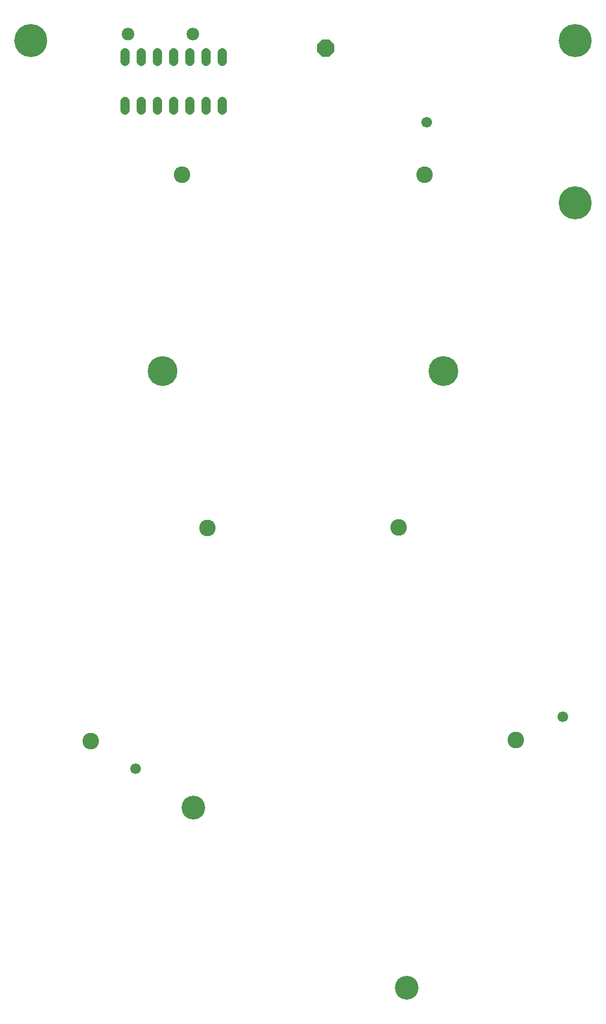
<source format=gbs>
G75*
G70*
%OFA0B0*%
%FSLAX24Y24*%
%IPPOS*%
%LPD*%
%AMOC8*
5,1,8,0,0,1.08239X$1,22.5*
%
%ADD10C,0.1024*%
%ADD11C,0.0660*%
%ADD12C,0.0560*%
%ADD13C,0.0780*%
%ADD14OC8,0.1040*%
%ADD15C,0.1464*%
%ADD16C,0.1840*%
%ADD17C,0.2040*%
D10*
X009336Y017918D03*
X016543Y031029D03*
X028324Y031061D03*
X035577Y017976D03*
X029925Y052803D03*
X014964Y052803D03*
D11*
X030083Y056031D03*
X038477Y019404D03*
X012089Y016225D03*
D12*
X012445Y056814D02*
X012445Y057334D01*
X013445Y057334D02*
X013445Y056814D01*
X014445Y056814D02*
X014445Y057334D01*
X015445Y057334D02*
X015445Y056814D01*
X016445Y056814D02*
X016445Y057334D01*
X017445Y057334D02*
X017445Y056814D01*
X017445Y059814D02*
X017445Y060334D01*
X016445Y060334D02*
X016445Y059814D01*
X015445Y059814D02*
X015445Y060334D01*
X014445Y060334D02*
X014445Y059814D01*
X013445Y059814D02*
X013445Y060334D01*
X012445Y060334D02*
X012445Y059814D01*
X011445Y059814D02*
X011445Y060334D01*
X011445Y057334D02*
X011445Y056814D01*
D13*
X011645Y061474D03*
X015645Y061474D03*
D14*
X023845Y060624D03*
D15*
X015673Y013814D03*
X028823Y002712D03*
D16*
X031106Y040704D03*
X013783Y040704D03*
D17*
X005645Y061074D03*
X039245Y061074D03*
X039245Y051074D03*
M02*

</source>
